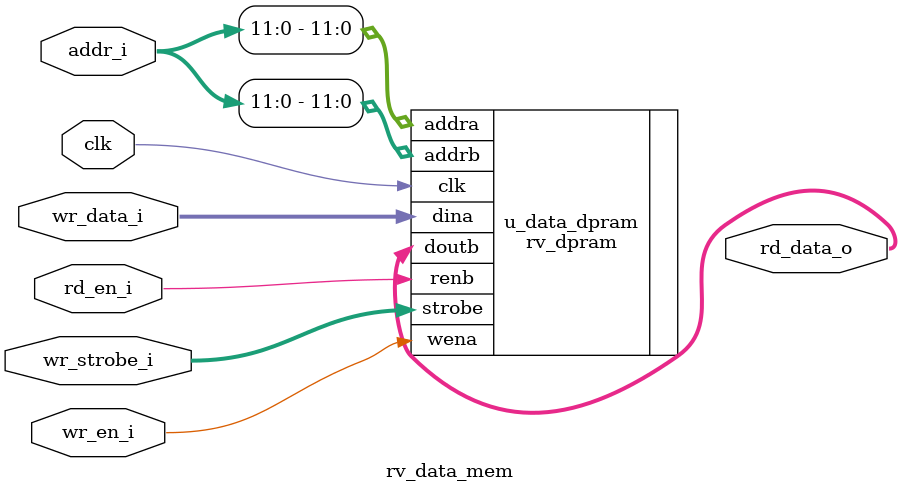
<source format=v>

`timescale 1ns / 1ps


module rv_data_mem(
    input           clk,
    input   [63:0]  addr_i,
    input           wr_en_i,
    input   [7:0]   wr_strobe_i,
    input   [63:0]  wr_data_i,
    input           rd_en_i,
    output  [63:0]  rd_data_o
);

//------------------------ INST ------------------------//

rv_dpram #(
    .WIDTH (64),
    .DEPTH (4096)
) u_data_dpram (
    .clk(clk),
    .wena(wr_en_i),
    .strobe(wr_strobe_i),
    .addra(addr_i[11:0]),  // [clog2(DEPTH)-1:0]  // larger is not supported
    .dina(wr_data_i),    // [WIDTH-1:0]
    .renb(rd_en_i),
    .addrb(addr_i[11:0]),  // [clog2(DEPTH)-1:0]
    .doutb(rd_data_o)   // [WIDTH-1:0]
);

endmodule

</source>
